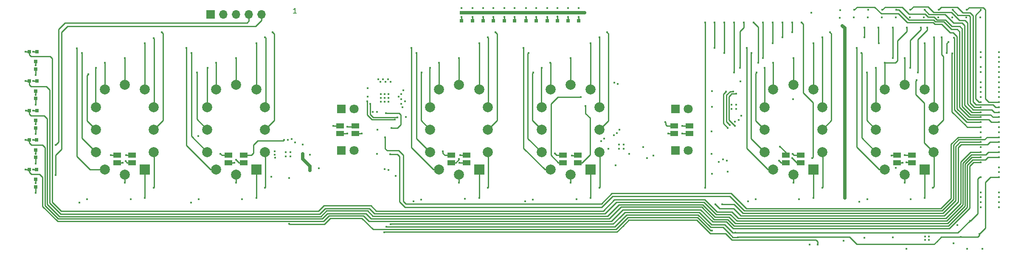
<source format=gbr>
%TF.GenerationSoftware,KiCad,Pcbnew,7.0.1*%
%TF.CreationDate,2023-08-11T20:05:16-05:00*%
%TF.ProjectId,IN12_carrier,494e3132-5f63-4617-9272-6965722e6b69,PRELIM*%
%TF.SameCoordinates,Original*%
%TF.FileFunction,Copper,L1,Top*%
%TF.FilePolarity,Positive*%
%FSLAX46Y46*%
G04 Gerber Fmt 4.6, Leading zero omitted, Abs format (unit mm)*
G04 Created by KiCad (PCBNEW 7.0.1) date 2023-08-11 20:05:16*
%MOMM*%
%LPD*%
G01*
G04 APERTURE LIST*
%ADD10C,0.150000*%
%TA.AperFunction,NonConductor*%
%ADD11C,0.150000*%
%TD*%
%TA.AperFunction,SMDPad,CuDef*%
%ADD12R,0.750000X0.800000*%
%TD*%
%TA.AperFunction,SMDPad,CuDef*%
%ADD13R,0.800000X0.800000*%
%TD*%
%TA.AperFunction,ComponentPad*%
%ADD14R,2.000000X2.000000*%
%TD*%
%TA.AperFunction,ComponentPad*%
%ADD15C,2.000000*%
%TD*%
%TA.AperFunction,SMDPad,CuDef*%
%ADD16R,0.800000X0.750000*%
%TD*%
%TA.AperFunction,SMDPad,CuDef*%
%ADD17R,1.500000X1.100000*%
%TD*%
%TA.AperFunction,ComponentPad*%
%ADD18R,1.800000X1.800000*%
%TD*%
%TA.AperFunction,ComponentPad*%
%ADD19C,1.800000*%
%TD*%
%TA.AperFunction,ComponentPad*%
%ADD20R,1.700000X1.700000*%
%TD*%
%TA.AperFunction,ComponentPad*%
%ADD21O,1.700000X1.700000*%
%TD*%
%TA.AperFunction,ViaPad*%
%ADD22C,0.400000*%
%TD*%
%TA.AperFunction,Conductor*%
%ADD23C,0.254000*%
%TD*%
%TA.AperFunction,Conductor*%
%ADD24C,0.635000*%
%TD*%
%TA.AperFunction,Conductor*%
%ADD25C,0.250000*%
%TD*%
G04 APERTURE END LIST*
D10*
D11*
X91719304Y-84027819D02*
X91147876Y-84027819D01*
X91433590Y-84027819D02*
X91433590Y-83027819D01*
X91433590Y-83027819D02*
X91338352Y-83170676D01*
X91338352Y-83170676D02*
X91243114Y-83265914D01*
X91243114Y-83265914D02*
X91147876Y-83313533D01*
D12*
%TO.P,C1011,1*%
%TO.N,+3.3V*%
X39677500Y-101124950D03*
%TO.P,C1011,2*%
%TO.N,GND*%
X39677500Y-99624950D03*
%TD*%
%TO.P,C1012,1*%
%TO.N,+3.3V*%
X39677500Y-107015800D03*
%TO.P,C1012,2*%
%TO.N,GND*%
X39677500Y-105515800D03*
%TD*%
%TO.P,C1017,1*%
%TO.N,+3.3V*%
X39682600Y-95242900D03*
%TO.P,C1017,2*%
%TO.N,GND*%
X39682600Y-93742900D03*
%TD*%
D13*
%TO.P,D1009,1,K*%
%TO.N,GND*%
X141706800Y-84008600D03*
%TO.P,D1009,2,A*%
%TO.N,Net-(D1009-A)*%
X141706800Y-85608600D03*
%TD*%
D14*
%TO.P,V601,1,Anode*%
%TO.N,Anode_5*%
X61485754Y-115344000D03*
D15*
%TO.P,V601,2,Digit0*%
%TO.N,Cathode_0*%
X63235754Y-111844000D03*
%TO.P,V601,3,Digit9*%
%TO.N,Cathode_9*%
X63235754Y-107344000D03*
%TO.P,V601,4,Digit8*%
%TO.N,Cathode_8*%
X63235754Y-102844000D03*
%TO.P,V601,5,Digit7*%
%TO.N,Cathode_7*%
X61485754Y-99344000D03*
X61485754Y-99344000D03*
X61485754Y-99344000D03*
X61485754Y-99344000D03*
%TO.P,V601,6,Digit6*%
%TO.N,Cathode_6*%
X57485754Y-98344000D03*
%TO.P,V601,7,Digit5*%
%TO.N,Cathode_5*%
X53485754Y-99344000D03*
%TO.P,V601,8,Digit4*%
%TO.N,Cathode_4*%
X51735754Y-102844000D03*
%TO.P,V601,9,Digit3*%
%TO.N,Cathode_3*%
X51735754Y-107344000D03*
%TO.P,V601,10,Digit2*%
%TO.N,Cathode_2*%
X51735754Y-111844000D03*
%TO.P,V601,11,Digit1*%
%TO.N,Cathode_1*%
X53485754Y-115344000D03*
%TO.P,V601,12,DP*%
%TO.N,Cathode_DP*%
X57485754Y-116344000D03*
%TD*%
D16*
%TO.P,C1006,1*%
%TO.N,Pushbutton_Power*%
X38450000Y-91749700D03*
%TO.P,C1006,2*%
%TO.N,GND*%
X39950000Y-91749700D03*
%TD*%
D12*
%TO.P,C1013,1*%
%TO.N,+3.3V*%
X39682600Y-112889050D03*
%TO.P,C1013,2*%
%TO.N,GND*%
X39682600Y-111389050D03*
%TD*%
D17*
%TO.P,D702,1,A*%
%TO.N,+3.3V*%
X122621464Y-112432400D03*
%TO.P,D702,2,BK*%
%TO.N,TUBE3_LED_B*%
X125621464Y-112432400D03*
%TO.P,D702,3,GK*%
%TO.N,TUBE3_LED_G*%
X125621464Y-113932400D03*
%TO.P,D702,4,RK*%
%TO.N,TUBE3_LED_R*%
X122621464Y-113932400D03*
%TD*%
D16*
%TO.P,C1005,1*%
%TO.N,Pushbutton_Down*%
X38424600Y-115277900D03*
%TO.P,C1005,2*%
%TO.N,GND*%
X39924600Y-115277900D03*
%TD*%
%TO.P,C1004,1*%
%TO.N,Pushbutton_Up*%
X38424600Y-109395850D03*
%TO.P,C1004,2*%
%TO.N,GND*%
X39924600Y-109395850D03*
%TD*%
D13*
%TO.P,D1005,1,K*%
%TO.N,GND*%
X133223200Y-84008600D03*
%TO.P,D1005,2,A*%
%TO.N,Net-(D1005-A)*%
X133223200Y-85608600D03*
%TD*%
%TO.P,D1003,1,K*%
%TO.N,GND*%
X128956000Y-84008600D03*
%TO.P,D1003,2,A*%
%TO.N,Net-(D1003-A)*%
X128956000Y-85608600D03*
%TD*%
D16*
%TO.P,C1015,1*%
%TO.N,Pushbutton_Left*%
X38444900Y-97631750D03*
%TO.P,C1015,2*%
%TO.N,GND*%
X39944900Y-97631750D03*
%TD*%
D17*
%TO.P,D703,1,A*%
%TO.N,+3.3V*%
X100430198Y-106594000D03*
%TO.P,D703,2,BK*%
%TO.N,COLON0_LED_B*%
X103430198Y-106594000D03*
%TO.P,D703,3,GK*%
%TO.N,COLON0_LED_G*%
X103430198Y-108094000D03*
%TO.P,D703,4,RK*%
%TO.N,COLON0_LED_R*%
X100430198Y-108094000D03*
%TD*%
%TO.P,D706,1,A*%
%TO.N,+3.3V*%
X167096864Y-106594000D03*
%TO.P,D706,2,BK*%
%TO.N,COLON1_LED_B*%
X170096864Y-106594000D03*
%TO.P,D706,3,GK*%
%TO.N,COLON1_LED_G*%
X170096864Y-108094000D03*
%TO.P,D706,4,RK*%
%TO.N,COLON1_LED_R*%
X167096864Y-108094000D03*
%TD*%
%TO.P,D705,1,A*%
%TO.N,+3.3V*%
X78177020Y-112432400D03*
%TO.P,D705,2,BK*%
%TO.N,TUBE4_LED_B*%
X81177020Y-112432400D03*
%TO.P,D705,3,GK*%
%TO.N,TUBE4_LED_G*%
X81177020Y-113932400D03*
%TO.P,D705,4,RK*%
%TO.N,TUBE4_LED_R*%
X78177020Y-113932400D03*
%TD*%
D13*
%TO.P,D1001,1,K*%
%TO.N,GND*%
X124663400Y-84008600D03*
%TO.P,D1001,2,A*%
%TO.N,Net-(D1001-A)*%
X124663400Y-85608600D03*
%TD*%
D17*
%TO.P,D701,1,A*%
%TO.N,+3.3V*%
X211510350Y-112432400D03*
%TO.P,D701,2,BK*%
%TO.N,TUBE0_LED_B*%
X214510350Y-112432400D03*
%TO.P,D701,3,GK*%
%TO.N,TUBE0_LED_G*%
X214510350Y-113932400D03*
%TO.P,D701,4,RK*%
%TO.N,TUBE0_LED_R*%
X211510350Y-113932400D03*
%TD*%
D18*
%TO.P,V609,1,Anode*%
%TO.N,Net-(V609-Anode)*%
X167321862Y-103177335D03*
D19*
%TO.P,V609,2,Kathode*%
%TO.N,Colon_2_Cathode*%
X169861862Y-103177335D03*
%TD*%
D16*
%TO.P,C1003,1*%
%TO.N,Pushbutton_Right*%
X38429700Y-103505000D03*
%TO.P,C1003,2*%
%TO.N,GND*%
X39929700Y-103505000D03*
%TD*%
D17*
%TO.P,D707,1,A*%
%TO.N,+3.3V*%
X144843686Y-112432400D03*
%TO.P,D707,2,BK*%
%TO.N,TUBE2_LED_B*%
X147843686Y-112432400D03*
%TO.P,D707,3,GK*%
%TO.N,TUBE2_LED_G*%
X147843686Y-113932400D03*
%TO.P,D707,4,RK*%
%TO.N,TUBE2_LED_R*%
X144843686Y-113932400D03*
%TD*%
D14*
%TO.P,V602,1,Anode*%
%TO.N,Anode_1*%
X194819084Y-115344000D03*
D15*
%TO.P,V602,2,Digit0*%
%TO.N,Cathode_0*%
X196569084Y-111844000D03*
%TO.P,V602,3,Digit9*%
%TO.N,Cathode_9*%
X196569084Y-107344000D03*
%TO.P,V602,4,Digit8*%
%TO.N,Cathode_8*%
X196569084Y-102844000D03*
%TO.P,V602,5,Digit7*%
%TO.N,Cathode_7*%
X194819084Y-99344000D03*
X194819084Y-99344000D03*
X194819084Y-99344000D03*
X194819084Y-99344000D03*
%TO.P,V602,6,Digit6*%
%TO.N,Cathode_6*%
X190819084Y-98344000D03*
%TO.P,V602,7,Digit5*%
%TO.N,Cathode_5*%
X186819084Y-99344000D03*
%TO.P,V602,8,Digit4*%
%TO.N,Cathode_4*%
X185069084Y-102844000D03*
%TO.P,V602,9,Digit3*%
%TO.N,Cathode_3*%
X185069084Y-107344000D03*
%TO.P,V602,10,Digit2*%
%TO.N,Cathode_2*%
X185069084Y-111844000D03*
%TO.P,V602,11,Digit1*%
%TO.N,Cathode_1*%
X186819084Y-115344000D03*
%TO.P,V602,12,DP*%
%TO.N,Cathode_DP*%
X190819084Y-116344000D03*
%TD*%
D13*
%TO.P,D1011,1,K*%
%TO.N,GND*%
X145872400Y-84008600D03*
%TO.P,D1011,2,A*%
%TO.N,Net-(D1011-A)*%
X145872400Y-85608600D03*
%TD*%
%TO.P,D1007,1,K*%
%TO.N,GND*%
X137490400Y-84008600D03*
%TO.P,D1007,2,A*%
%TO.N,Net-(D1007-A)*%
X137490400Y-85608600D03*
%TD*%
%TO.P,D901,1,K*%
%TO.N,GND*%
X148006000Y-84008600D03*
%TO.P,D901,2,A*%
%TO.N,Net-(D901-A)*%
X148006000Y-85608600D03*
%TD*%
D14*
%TO.P,V605,1,Anode*%
%TO.N,Anode_3*%
X128152418Y-115344000D03*
D15*
%TO.P,V605,2,Digit0*%
%TO.N,Cathode_0*%
X129902418Y-111844000D03*
%TO.P,V605,3,Digit9*%
%TO.N,Cathode_9*%
X129902418Y-107344000D03*
%TO.P,V605,4,Digit8*%
%TO.N,Cathode_8*%
X129902418Y-102844000D03*
%TO.P,V605,5,Digit7*%
%TO.N,Cathode_7*%
X128152418Y-99344000D03*
X128152418Y-99344000D03*
X128152418Y-99344000D03*
X128152418Y-99344000D03*
%TO.P,V605,6,Digit6*%
%TO.N,Cathode_6*%
X124152418Y-98344000D03*
%TO.P,V605,7,Digit5*%
%TO.N,Cathode_5*%
X120152418Y-99344000D03*
%TO.P,V605,8,Digit4*%
%TO.N,Cathode_4*%
X118402418Y-102844000D03*
%TO.P,V605,9,Digit3*%
%TO.N,Cathode_3*%
X118402418Y-107344000D03*
%TO.P,V605,10,Digit2*%
%TO.N,Cathode_2*%
X118402418Y-111844000D03*
%TO.P,V605,11,Digit1*%
%TO.N,Cathode_1*%
X120152418Y-115344000D03*
%TO.P,V605,12,DP*%
%TO.N,Cathode_DP*%
X124152418Y-116344000D03*
%TD*%
D14*
%TO.P,V604,1,Anode*%
%TO.N,Anode_0*%
X217041304Y-115344000D03*
D15*
%TO.P,V604,2,Digit0*%
%TO.N,Cathode_0*%
X218791304Y-111844000D03*
%TO.P,V604,3,Digit9*%
%TO.N,Cathode_9*%
X218791304Y-107344000D03*
%TO.P,V604,4,Digit8*%
%TO.N,Cathode_8*%
X218791304Y-102844000D03*
%TO.P,V604,5,Digit7*%
%TO.N,Cathode_7*%
X217041304Y-99344000D03*
X217041304Y-99344000D03*
X217041304Y-99344000D03*
X217041304Y-99344000D03*
%TO.P,V604,6,Digit6*%
%TO.N,Cathode_6*%
X213041304Y-98344000D03*
%TO.P,V604,7,Digit5*%
%TO.N,Cathode_5*%
X209041304Y-99344000D03*
%TO.P,V604,8,Digit4*%
%TO.N,Cathode_4*%
X207291304Y-102844000D03*
%TO.P,V604,9,Digit3*%
%TO.N,Cathode_3*%
X207291304Y-107344000D03*
%TO.P,V604,10,Digit2*%
%TO.N,Cathode_2*%
X207291304Y-111844000D03*
%TO.P,V604,11,Digit1*%
%TO.N,Cathode_1*%
X209041304Y-115344000D03*
%TO.P,V604,12,DP*%
%TO.N,Cathode_DP*%
X213041304Y-116344000D03*
%TD*%
D14*
%TO.P,V608,1,Anode*%
%TO.N,Anode_2*%
X150374640Y-115344000D03*
D15*
%TO.P,V608,2,Digit0*%
%TO.N,Cathode_0*%
X152124640Y-111844000D03*
%TO.P,V608,3,Digit9*%
%TO.N,Cathode_9*%
X152124640Y-107344000D03*
%TO.P,V608,4,Digit8*%
%TO.N,Cathode_8*%
X152124640Y-102844000D03*
%TO.P,V608,5,Digit7*%
%TO.N,Cathode_7*%
X150374640Y-99344000D03*
X150374640Y-99344000D03*
X150374640Y-99344000D03*
X150374640Y-99344000D03*
%TO.P,V608,6,Digit6*%
%TO.N,Cathode_6*%
X146374640Y-98344000D03*
%TO.P,V608,7,Digit5*%
%TO.N,Cathode_5*%
X142374640Y-99344000D03*
%TO.P,V608,8,Digit4*%
%TO.N,Cathode_4*%
X140624640Y-102844000D03*
%TO.P,V608,9,Digit3*%
%TO.N,Cathode_3*%
X140624640Y-107344000D03*
%TO.P,V608,10,Digit2*%
%TO.N,Cathode_2*%
X140624640Y-111844000D03*
%TO.P,V608,11,Digit1*%
%TO.N,Cathode_1*%
X142374640Y-115344000D03*
%TO.P,V608,12,DP*%
%TO.N,Cathode_DP*%
X146374640Y-116344000D03*
%TD*%
D18*
%TO.P,V610,1,Anode*%
%TO.N,Net-(V610-Anode)*%
X167321862Y-111510665D03*
D19*
%TO.P,V610,2,Kathode*%
%TO.N,Colon_3_Cathode*%
X169861862Y-111510665D03*
%TD*%
D13*
%TO.P,D1002,1,K*%
%TO.N,GND*%
X126873200Y-84008600D03*
%TO.P,D1002,2,A*%
%TO.N,Net-(D1002-A)*%
X126873200Y-85608600D03*
%TD*%
%TO.P,D1010,1,K*%
%TO.N,GND*%
X143738800Y-84008600D03*
%TO.P,D1010,2,A*%
%TO.N,Net-(D1010-A)*%
X143738800Y-85608600D03*
%TD*%
%TO.P,D1004,1,K*%
%TO.N,GND*%
X130988000Y-84008600D03*
%TO.P,D1004,2,A*%
%TO.N,Net-(D1004-A)*%
X130988000Y-85608600D03*
%TD*%
%TO.P,D1008,1,K*%
%TO.N,GND*%
X139573200Y-84008600D03*
%TO.P,D1008,2,A*%
%TO.N,Net-(D1008-A)*%
X139573200Y-85608600D03*
%TD*%
D18*
%TO.P,V606,1,Anode*%
%TO.N,Net-(V606-Anode)*%
X100655196Y-103177335D03*
D19*
%TO.P,V606,2,Kathode*%
%TO.N,Colon_0_Cathode*%
X103195196Y-103177335D03*
%TD*%
D17*
%TO.P,D708,1,A*%
%TO.N,+3.3V*%
X55954800Y-112432400D03*
%TO.P,D708,2,BK*%
%TO.N,TUBE5_LED_B*%
X58954800Y-112432400D03*
%TO.P,D708,3,GK*%
%TO.N,TUBE5_LED_G*%
X58954800Y-113932400D03*
%TO.P,D708,4,RK*%
%TO.N,TUBE5_LED_R*%
X55954800Y-113932400D03*
%TD*%
D13*
%TO.P,D1006,1,K*%
%TO.N,GND*%
X135255200Y-84008600D03*
%TO.P,D1006,2,A*%
%TO.N,Net-(D1006-A)*%
X135255200Y-85608600D03*
%TD*%
D12*
%TO.P,C1014,1*%
%TO.N,+3.3V*%
X39682600Y-118771100D03*
%TO.P,C1014,2*%
%TO.N,GND*%
X39682600Y-117271100D03*
%TD*%
D18*
%TO.P,V607,1,Anode*%
%TO.N,Net-(V607-Anode)*%
X100655196Y-111510665D03*
D19*
%TO.P,V607,2,Kathode*%
%TO.N,Colon_1_Cathode*%
X103195196Y-111510665D03*
%TD*%
D14*
%TO.P,V603,1,Anode*%
%TO.N,Anode_4*%
X83707974Y-115344000D03*
D15*
%TO.P,V603,2,Digit0*%
%TO.N,Cathode_0*%
X85457974Y-111844000D03*
%TO.P,V603,3,Digit9*%
%TO.N,Cathode_9*%
X85457974Y-107344000D03*
%TO.P,V603,4,Digit8*%
%TO.N,Cathode_8*%
X85457974Y-102844000D03*
%TO.P,V603,5,Digit7*%
%TO.N,Cathode_7*%
X83707974Y-99344000D03*
X83707974Y-99344000D03*
X83707974Y-99344000D03*
X83707974Y-99344000D03*
%TO.P,V603,6,Digit6*%
%TO.N,Cathode_6*%
X79707974Y-98344000D03*
%TO.P,V603,7,Digit5*%
%TO.N,Cathode_5*%
X75707974Y-99344000D03*
%TO.P,V603,8,Digit4*%
%TO.N,Cathode_4*%
X73957974Y-102844000D03*
%TO.P,V603,9,Digit3*%
%TO.N,Cathode_3*%
X73957974Y-107344000D03*
%TO.P,V603,10,Digit2*%
%TO.N,Cathode_2*%
X73957974Y-111844000D03*
%TO.P,V603,11,Digit1*%
%TO.N,Cathode_1*%
X75707974Y-115344000D03*
%TO.P,V603,12,DP*%
%TO.N,Cathode_DP*%
X79707974Y-116344000D03*
%TD*%
D17*
%TO.P,D704,1,A*%
%TO.N,+3.3V*%
X189288130Y-112432400D03*
%TO.P,D704,2,BK*%
%TO.N,TUBE1_LED_B*%
X192288130Y-112432400D03*
%TO.P,D704,3,GK*%
%TO.N,TUBE1_LED_G*%
X192288130Y-113932400D03*
%TO.P,D704,4,RK*%
%TO.N,TUBE1_LED_R*%
X189288130Y-113932400D03*
%TD*%
D20*
%TO.P,J1001,1,Pin_1*%
%TO.N,Pushbutton_Power_SNS*%
X74625200Y-84328000D03*
D21*
%TO.P,J1001,2,Pin_2*%
%TO.N,Pushbutton_Left_SNS*%
X77165200Y-84328000D03*
%TO.P,J1001,3,Pin_3*%
%TO.N,Pushbutton_Right_SNS*%
X79705200Y-84328000D03*
%TO.P,J1001,4,Pin_4*%
%TO.N,Pushbutton_Up_SNS*%
X82245200Y-84328000D03*
%TO.P,J1001,5,Pin_5*%
%TO.N,Pushbutton_Down_SNS*%
X84785200Y-84328000D03*
%TD*%
D22*
%TO.N,GND*%
X39674800Y-112141000D03*
X107848400Y-107365800D03*
X39192200Y-115290600D03*
X106959400Y-103784400D03*
X228159867Y-110846400D03*
X222497014Y-84950400D03*
X109296200Y-100965000D03*
X208475164Y-84950400D03*
X216878114Y-84950400D03*
X204978000Y-128905000D03*
X217881200Y-129362200D03*
X108534200Y-100965000D03*
X174523400Y-112166400D03*
X39217600Y-97637600D03*
X39167002Y-109397800D03*
X39674800Y-100380800D03*
X179400200Y-103225600D03*
X156057600Y-110312200D03*
X231800400Y-96846400D03*
X90525600Y-111861600D03*
X86664800Y-116713000D03*
X231800400Y-100846400D03*
X225475800Y-131165600D03*
X231800400Y-93846400D03*
X217881200Y-128651000D03*
X205536800Y-121259600D03*
X149174200Y-84023200D03*
X200863200Y-129565400D03*
X155397200Y-114503200D03*
X39243000Y-91744800D03*
X194030600Y-130302000D03*
X156972000Y-110337600D03*
X231800400Y-92846400D03*
X228159867Y-107846400D03*
X116611400Y-121285000D03*
X107823000Y-112166400D03*
X180263800Y-97739200D03*
X138887200Y-121285000D03*
X200048922Y-84963200D03*
X231800400Y-106846400D03*
X39674800Y-106222800D03*
X109296200Y-100203000D03*
X217119200Y-129362200D03*
X160858200Y-110820200D03*
X231800400Y-121846400D03*
X110058200Y-101727000D03*
X179400200Y-102362000D03*
X156057600Y-111201200D03*
X105892600Y-99085400D03*
X72186800Y-121259600D03*
X39674800Y-117983000D03*
X156972000Y-111201200D03*
X231800400Y-95846400D03*
X174507400Y-107657200D03*
X89611200Y-112725200D03*
X214068664Y-84950400D03*
X112119600Y-100715000D03*
X94386400Y-112318800D03*
X90525600Y-112725200D03*
X110058200Y-100965000D03*
X211259214Y-84950400D03*
X183311800Y-121259600D03*
X178485800Y-102336600D03*
X231800400Y-110846400D03*
X109296200Y-101727000D03*
X217119200Y-128651000D03*
X205665714Y-84950400D03*
X39192200Y-103505000D03*
X231800400Y-114846400D03*
X202856264Y-84950400D03*
X174599600Y-102768400D03*
X39674800Y-94488000D03*
X231800400Y-122846400D03*
X49987200Y-121259600D03*
X219687564Y-84950400D03*
X210642200Y-128879600D03*
X231800400Y-115846400D03*
X228115914Y-84950400D03*
X89611200Y-111836200D03*
X231800400Y-91846400D03*
X108534200Y-101727000D03*
X223545400Y-126415800D03*
X178485800Y-103225600D03*
X108534200Y-100203000D03*
X231800400Y-94846400D03*
X110058200Y-100203000D03*
X228159867Y-100846400D03*
X231800400Y-119846400D03*
X231800400Y-120846400D03*
X231800400Y-107846400D03*
X225306464Y-84950400D03*
%TO.N,+3.3V*%
X228159867Y-122846400D03*
X105892600Y-100736400D03*
X39674800Y-114122200D03*
X120904000Y-111683800D03*
X211251800Y-114935000D03*
X39700200Y-96443800D03*
X228549200Y-131165600D03*
X113538000Y-104800400D03*
X143256000Y-112064800D03*
X54686200Y-112445800D03*
X99060000Y-106578400D03*
X161645600Y-113030000D03*
X228159867Y-121846400D03*
X165303200Y-105867200D03*
X72159414Y-108663186D03*
X228159867Y-120846400D03*
X188163200Y-110744000D03*
X158115000Y-112191800D03*
X107823000Y-103759000D03*
X228159867Y-119846400D03*
X174599600Y-99644200D03*
X76581000Y-112166400D03*
X92964000Y-110337600D03*
X39674800Y-108229400D03*
X94386400Y-115443000D03*
X210413600Y-112496600D03*
X39674800Y-102387400D03*
X222783400Y-130048000D03*
X39674800Y-119938800D03*
X213385400Y-131140200D03*
X92964000Y-112166400D03*
%TO.N,TUBE0_LED_B*%
X213055200Y-112420400D03*
%TO.N,TUBE0_LED_G*%
X213385400Y-113893600D03*
%TO.N,TUBE0_LED_R*%
X190728600Y-101295200D03*
X212598000Y-113944400D03*
%TO.N,TUBE3_LED_B*%
X87401400Y-111633000D03*
X124358400Y-112445800D03*
%TO.N,TUBE3_LED_G*%
X124231400Y-113944400D03*
X87401400Y-112318800D03*
%TO.N,TUBE3_LED_R*%
X124155200Y-113157000D03*
X87426800Y-112979200D03*
%TO.N,COLON0_LED_B*%
X153111200Y-109169200D03*
X101879400Y-106730800D03*
%TO.N,COLON0_LED_G*%
X152501600Y-109677200D03*
X104749600Y-108102400D03*
%TO.N,COLON0_LED_R*%
X153924000Y-111175800D03*
X101828600Y-108127800D03*
%TO.N,TUBE1_LED_B*%
X190703200Y-112191800D03*
X179146200Y-105765600D03*
%TO.N,TUBE1_LED_G*%
X179908200Y-105410000D03*
X190634373Y-113062773D03*
%TO.N,TUBE1_LED_R*%
X180441600Y-104597200D03*
X187985400Y-113538000D03*
%TO.N,TUBE4_LED_B*%
X89230200Y-109372400D03*
%TO.N,TUBE4_LED_G*%
X79654400Y-113334800D03*
%TO.N,TUBE4_LED_R*%
X79298800Y-113919000D03*
%TO.N,COLON1_LED_B*%
X168630600Y-106603800D03*
X156108400Y-107365800D03*
%TO.N,COLON1_LED_G*%
X168630600Y-108102400D03*
X155625800Y-108000800D03*
%TO.N,COLON1_LED_R*%
X165887400Y-108102400D03*
X155016200Y-108483400D03*
%TO.N,TUBE2_LED_B*%
X146685000Y-112496600D03*
%TO.N,TUBE2_LED_G*%
X149352000Y-102616000D03*
X155092400Y-97917000D03*
%TO.N,TUBE2_LED_R*%
X148412200Y-100812600D03*
X155829000Y-98171000D03*
%TO.N,TUBE5_LED_B*%
X91414600Y-109905800D03*
X57734200Y-112471200D03*
%TO.N,TUBE5_LED_G*%
X57632600Y-113614200D03*
X90728800Y-109220000D03*
%TO.N,TUBE5_LED_R*%
X57099200Y-113995200D03*
X89966800Y-109423200D03*
%TO.N,Net-(D1001-A)*%
X124663400Y-84834000D03*
%TO.N,Net-(D1002-A)*%
X126873200Y-84808600D03*
%TO.N,Net-(D1003-A)*%
X128956000Y-84808600D03*
%TO.N,Net-(D1004-A)*%
X130988000Y-84808600D03*
%TO.N,Net-(D1005-A)*%
X133223200Y-84808600D03*
%TO.N,Net-(D1006-A)*%
X135255200Y-84834000D03*
%TO.N,Net-(D1007-A)*%
X137490400Y-84834000D03*
%TO.N,Net-(D1008-A)*%
X139573200Y-84808600D03*
%TO.N,Net-(D1009-A)*%
X141706800Y-84808600D03*
%TO.N,Net-(D1010-A)*%
X143738800Y-84783200D03*
%TO.N,Net-(D1011-A)*%
X145872400Y-84808600D03*
%TO.N,+180V*%
X228159867Y-94846400D03*
X125330756Y-121169041D03*
X228159867Y-95846400D03*
X191967462Y-121221728D03*
X214192462Y-121221728D03*
X96205000Y-115036600D03*
X58655645Y-121203181D03*
X80855133Y-121241308D03*
X162890200Y-112496600D03*
X147555645Y-121203181D03*
%TO.N,Cathode_0*%
X215392000Y-97485200D03*
X196570600Y-118935500D03*
X218605100Y-118935500D03*
X85445600Y-118935500D03*
X173202600Y-118936000D03*
X129895600Y-118935500D03*
X152120600Y-118935500D03*
X63246000Y-118935000D03*
X173202600Y-85953600D03*
%TO.N,Cathode_2*%
X177063400Y-85953600D03*
X204419200Y-92024200D03*
X70764400Y-92024200D03*
X115671600Y-92024200D03*
X137972800Y-92024200D03*
X177063400Y-92024200D03*
X221411800Y-92036900D03*
X182499000Y-92024200D03*
X48945800Y-92024200D03*
X221716600Y-89814400D03*
%TO.N,Cathode_4*%
X180162200Y-94969600D03*
X140614400Y-94969600D03*
X185064400Y-94969600D03*
X180898800Y-85953600D03*
X51739800Y-94970600D03*
X216217714Y-86957000D03*
X118389400Y-94969600D03*
X214147400Y-94970600D03*
X207289400Y-94969600D03*
X73964800Y-94969600D03*
%TO.N,Cathode_6*%
X184785000Y-85953600D03*
X57480200Y-93014800D03*
X184785000Y-93014800D03*
X210624214Y-86931600D03*
X124155200Y-93014800D03*
X213029800Y-93014800D03*
X79705200Y-93014800D03*
X210616800Y-93014800D03*
X190804800Y-93014800D03*
X146380200Y-93014800D03*
%TO.N,Cathode_8*%
X85445600Y-88874600D03*
X152120600Y-88874600D03*
X218846400Y-88874600D03*
X188620400Y-85953600D03*
X129895600Y-88874600D03*
X196570600Y-88874600D03*
X218846400Y-88874600D03*
X205005314Y-86957000D03*
X63220600Y-89092000D03*
X188620400Y-88874600D03*
X205003400Y-88874600D03*
%TO.N,Cathode_1*%
X137007600Y-91046800D03*
X203428600Y-91046800D03*
X114681000Y-91046800D03*
X47904400Y-91059000D03*
X181508400Y-91046800D03*
X69773800Y-91046800D03*
X175133000Y-91046800D03*
X175133000Y-85953600D03*
%TO.N,Cathode_3*%
X50211754Y-96295446D03*
X178993800Y-85953600D03*
X71856600Y-95948500D03*
X215620600Y-95961200D03*
X217487500Y-86919800D03*
X138963400Y-95948500D03*
X178968400Y-95948500D03*
X183489600Y-95948500D03*
X116662200Y-95948500D03*
X205511400Y-95947000D03*
%TO.N,Cathode_5*%
X213433664Y-86957000D03*
X142367000Y-93992200D03*
X53492400Y-93980000D03*
X209042000Y-93992200D03*
X75717400Y-93992200D03*
X120142000Y-93992200D03*
X183794400Y-93992200D03*
X186817000Y-93992200D03*
X182854600Y-85953600D03*
%TO.N,Cathode_7*%
X83718400Y-90069400D03*
X61493400Y-90069400D03*
X217017600Y-90068400D03*
X186690000Y-85953600D03*
X128168400Y-90069400D03*
X207822800Y-90069400D03*
X150368000Y-90069400D03*
X194818000Y-90069400D03*
X207814764Y-86957000D03*
X186690000Y-90069400D03*
%TO.N,Cathode_9*%
X86969600Y-87897200D03*
X131419600Y-87897200D03*
X190550800Y-87897200D03*
X190550800Y-85953600D03*
X198094600Y-87897200D03*
X64846200Y-87897200D03*
X153644600Y-87897200D03*
X220370400Y-88900000D03*
%TO.N,Anode_1_DSP*%
X181762400Y-121666000D03*
X231800400Y-97846400D03*
%TO.N,Anode_3_DSP*%
X231800400Y-98846400D03*
X115087400Y-121640600D03*
%TO.N,Anode_5_DSP*%
X231800400Y-99846400D03*
X48437800Y-121920000D03*
%TO.N,Anode_0*%
X217043000Y-120954800D03*
%TO.N,Anode_2*%
X150393400Y-120954800D03*
%TO.N,Anode_4*%
X83718400Y-120954800D03*
%TO.N,Cathode_1_DSP*%
X231800400Y-101846400D03*
X225408064Y-83426400D03*
%TO.N,Cathode_3_DSP*%
X219789164Y-83426400D03*
X231800400Y-102846400D03*
%TO.N,Cathode_5_DSP*%
X214170264Y-83426400D03*
X231800400Y-103846400D03*
%TO.N,Anode_1*%
X194818000Y-120954800D03*
%TO.N,Anode_3*%
X128168400Y-120954800D03*
%TO.N,Anode_5*%
X61493400Y-120980200D03*
%TO.N,Cathode_7_DSP*%
X208576764Y-83426400D03*
X231800400Y-104846400D03*
%TO.N,Cathode_9_DSP*%
X231800400Y-105846400D03*
X202957864Y-83426400D03*
%TO.N,Colon_3_DSP*%
X231800400Y-109846400D03*
X175260000Y-122250200D03*
X175920400Y-113766600D03*
%TO.N,Anode_0_DSP*%
X228159867Y-97846400D03*
X203987400Y-121716800D03*
%TO.N,Colon_1_DSP*%
X231800400Y-108846400D03*
X110388400Y-112256000D03*
%TO.N,Colon_0_DSP*%
X109423200Y-108915200D03*
X228159867Y-108846400D03*
%TO.N,Cathode_DP*%
X57480200Y-117957600D03*
X146380200Y-117957600D03*
X124155200Y-117957600D03*
X194538600Y-113030000D03*
X79705200Y-117957600D03*
X213055200Y-117957600D03*
X192481200Y-85953600D03*
X190830200Y-117957600D03*
%TO.N,Tube_LED_Enable*%
X179120800Y-106553000D03*
X179451000Y-100177600D03*
X174574200Y-116128800D03*
X174548800Y-127482600D03*
X90220800Y-116980200D03*
X90220800Y-126148600D03*
%TO.N,+90V*%
X194437000Y-84023200D03*
X228159867Y-92846400D03*
X228159867Y-91846400D03*
X201117200Y-120954800D03*
X200622584Y-86575216D03*
%TO.N,Anode_2_DSP*%
X137363200Y-121677541D03*
X228159867Y-98846400D03*
%TO.N,Anode_4_DSP*%
X70662800Y-121945400D03*
X228159867Y-99846400D03*
%TO.N,Cathode_0_DSP*%
X228217514Y-83426400D03*
X228159867Y-101846400D03*
%TO.N,Cathode_2_DSP*%
X222598614Y-83426400D03*
X228159867Y-102846400D03*
%TO.N,Cathode_4_DSP*%
X228159867Y-103846400D03*
X216979714Y-83426400D03*
%TO.N,Display_Time_LED*%
X108000800Y-97282000D03*
X124663200Y-83058000D03*
%TO.N,Set_Time_LED*%
X108495400Y-97815400D03*
X126873000Y-83058000D03*
%TO.N,Display_Date_LED*%
X128955800Y-83058000D03*
X108991400Y-97256600D03*
%TO.N,Set_Date_LED*%
X130987800Y-83058000D03*
X109495400Y-97815400D03*
%TO.N,Display_Weekday_LED*%
X133223000Y-83058000D03*
X109982000Y-97256600D03*
%TO.N,Set_Weekday_LED*%
X135255000Y-83058000D03*
X110495400Y-97815400D03*
%TO.N,Display_Alarm_LED*%
X113030000Y-99466400D03*
X137490200Y-83058000D03*
%TO.N,Set_Alarm_LED*%
X112637000Y-100215000D03*
X139573000Y-83058000D03*
%TO.N,Alarm_Enable_LED*%
X112598200Y-101219000D03*
X141706600Y-83058000D03*
%TO.N,24HR_Mode_LED*%
X113385600Y-101701600D03*
X143738600Y-83058000D03*
%TO.N,Set_Brightness_LED*%
X112598200Y-102209600D03*
X145872200Y-83058000D03*
%TO.N,I2C_DSP_SDA*%
X177342800Y-99771200D03*
X179781200Y-128828800D03*
X224231200Y-128803400D03*
X177571400Y-113538000D03*
X227939600Y-128143000D03*
X231800400Y-116846400D03*
X110058200Y-115417600D03*
X111353600Y-105359200D03*
X105841800Y-101701600D03*
X109677200Y-126720600D03*
X177723800Y-106984800D03*
%TO.N,I2C_DSP_SCL*%
X177749200Y-115697000D03*
X111887000Y-104876600D03*
X178790600Y-99695000D03*
X228159867Y-116846400D03*
X178181000Y-106400600D03*
X110515400Y-126212600D03*
X179222400Y-127939800D03*
X111493300Y-116573300D03*
X226034600Y-125577600D03*
X106400600Y-102209600D03*
%TO.N,Net-(D901-A)*%
X148005800Y-84810600D03*
%TO.N,Cathode_6_DSP*%
X228159867Y-104846400D03*
X211360814Y-83426400D03*
%TO.N,Cathode_8_DSP*%
X228159867Y-105846400D03*
X222832182Y-88990936D03*
X205767314Y-83426400D03*
%TO.N,Cathode_DP_DSP*%
X200150522Y-83439200D03*
X222477150Y-92081957D03*
X228159867Y-106846400D03*
%TO.N,Colon_2_DSP*%
X228159867Y-109846400D03*
X176580800Y-122250200D03*
X176822600Y-113309400D03*
%TO.N,Pushbutton_Down*%
X228159867Y-113846400D03*
X37693600Y-115290600D03*
%TO.N,Pushbutton_Up*%
X37719000Y-109397800D03*
X231800400Y-112846400D03*
%TO.N,Pushbutton_Right*%
X37744400Y-103505000D03*
X228159867Y-112846400D03*
%TO.N,Pushbutton_Left*%
X37668200Y-97612200D03*
X231800400Y-111846400D03*
%TO.N,Pushbutton_Power*%
X228159867Y-111846400D03*
X37668200Y-91744800D03*
%TO.N,Pushbutton_Up_SNS*%
X43713400Y-110363000D03*
%TO.N,Pushbutton_Down_SNS*%
X43713400Y-116408200D03*
%TO.N,Set_Color_LED*%
X112826800Y-102895400D03*
X148005800Y-83058000D03*
%TO.N,Tube_ETC_Enable*%
X109194600Y-127812800D03*
X109270800Y-115265200D03*
X109575600Y-104013000D03*
X195630800Y-130302000D03*
X110693200Y-107035600D03*
%TD*%
D23*
%TO.N,GND*%
X39945100Y-91744800D02*
X39950000Y-91749700D01*
X39674800Y-105518500D02*
X39677500Y-105515800D01*
X39204900Y-115277900D02*
X39192200Y-115290600D01*
X39674800Y-111396850D02*
X39682600Y-111389050D01*
X39924600Y-115277900D02*
X39204900Y-115277900D01*
X39674800Y-106222800D02*
X39674800Y-105518500D01*
X39674800Y-99627650D02*
X39677500Y-99624950D01*
X39674800Y-100380800D02*
X39674800Y-99627650D01*
D24*
X145872400Y-84008600D02*
X148006000Y-84008600D01*
D23*
X39217600Y-97637600D02*
X39939050Y-97637600D01*
X39674800Y-112141000D02*
X39674800Y-111396850D01*
X39939050Y-97637600D02*
X39944900Y-97631750D01*
X39243000Y-91744800D02*
X39945100Y-91744800D01*
D24*
X124663400Y-84008600D02*
X145872400Y-84008600D01*
D23*
X39192200Y-103505000D02*
X39929700Y-103505000D01*
X39167002Y-109397800D02*
X39922650Y-109397800D01*
X39922650Y-109397800D02*
X39924600Y-109395850D01*
X39674800Y-94488000D02*
X39674800Y-93750700D01*
X39682600Y-117975200D02*
X39674800Y-117983000D01*
X39674800Y-93750700D02*
X39682600Y-93742900D01*
X39682600Y-117271100D02*
X39682600Y-117975200D01*
D24*
X149159600Y-84008600D02*
X149174200Y-84023200D01*
X148006000Y-84008600D02*
X149159600Y-84008600D01*
D23*
%TO.N,+3.3V*%
X54699600Y-112432400D02*
X54686200Y-112445800D01*
X99075600Y-106594000D02*
X99060000Y-106578400D01*
X100430198Y-106594000D02*
X99075600Y-106594000D01*
X165623600Y-106594000D02*
X165328600Y-106299000D01*
X39674800Y-108229400D02*
X39674800Y-107018500D01*
X39674800Y-112896850D02*
X39682600Y-112889050D01*
X143623600Y-112432400D02*
X143256000Y-112064800D01*
D24*
X92964000Y-113182400D02*
X92964000Y-112166400D01*
D23*
X78177020Y-112432400D02*
X76847000Y-112432400D01*
X167096864Y-106594000D02*
X165623600Y-106594000D01*
X121132600Y-112293400D02*
X120904000Y-112064800D01*
X144843686Y-112432400D02*
X143623600Y-112432400D01*
X122621464Y-112432400D02*
X121271600Y-112432400D01*
X211510350Y-112432400D02*
X210477800Y-112432400D01*
X210477800Y-112432400D02*
X210413600Y-112496600D01*
X120904000Y-112064800D02*
X120904000Y-111683800D01*
D24*
X94386400Y-114604800D02*
X92964000Y-113182400D01*
D23*
X55954800Y-112432400D02*
X54699600Y-112432400D01*
X165328600Y-106299000D02*
X165328600Y-105892600D01*
X39674800Y-102387400D02*
X39674800Y-101127650D01*
X39682600Y-118771100D02*
X39682600Y-119931000D01*
X39674800Y-114122200D02*
X39674800Y-112896850D01*
X39700200Y-95260500D02*
X39682600Y-95242900D01*
X76847000Y-112432400D02*
X76581000Y-112166400D01*
X165328600Y-105892600D02*
X165303200Y-105867200D01*
X39674800Y-107018500D02*
X39677500Y-107015800D01*
X189288130Y-111868930D02*
X188163200Y-110744000D01*
X39674800Y-101127650D02*
X39677500Y-101124950D01*
X39700200Y-96443800D02*
X39700200Y-95260500D01*
D24*
X94386400Y-115443000D02*
X94386400Y-114604800D01*
D23*
X189288130Y-112432400D02*
X189288130Y-111868930D01*
X121271600Y-112432400D02*
X121132600Y-112293400D01*
X39682600Y-119931000D02*
X39674800Y-119938800D01*
%TO.N,TUBE0_LED_B*%
X214498350Y-112420400D02*
X214510350Y-112432400D01*
X213055200Y-112420400D02*
X214498350Y-112420400D01*
%TO.N,TUBE0_LED_G*%
X213385400Y-113893600D02*
X214471550Y-113893600D01*
X214471550Y-113893600D02*
X214510350Y-113932400D01*
%TO.N,TUBE0_LED_R*%
X211522350Y-113944400D02*
X211510350Y-113932400D01*
X212598000Y-113944400D02*
X211522350Y-113944400D01*
%TO.N,TUBE3_LED_B*%
X124358400Y-112445800D02*
X125608064Y-112445800D01*
X125608064Y-112445800D02*
X125621464Y-112432400D01*
%TO.N,TUBE3_LED_G*%
X124231400Y-113944400D02*
X125609464Y-113944400D01*
X125609464Y-113944400D02*
X125621464Y-113932400D01*
%TO.N,TUBE3_LED_R*%
X124155200Y-113157000D02*
X124155200Y-113309400D01*
X124155200Y-113309400D02*
X123532200Y-113932400D01*
X123532200Y-113932400D02*
X122621464Y-113932400D01*
%TO.N,COLON0_LED_B*%
X101879400Y-106730800D02*
X103293398Y-106730800D01*
X103293398Y-106730800D02*
X103430198Y-106594000D01*
%TO.N,COLON0_LED_G*%
X104749600Y-108102400D02*
X103438598Y-108102400D01*
X103438598Y-108102400D02*
X103430198Y-108094000D01*
%TO.N,COLON0_LED_R*%
X101828600Y-108127800D02*
X100463998Y-108127800D01*
X100463998Y-108127800D02*
X100430198Y-108094000D01*
%TO.N,TUBE1_LED_B*%
X192288130Y-112432400D02*
X190943800Y-112432400D01*
X190943800Y-112432400D02*
X190703200Y-112191800D01*
%TO.N,TUBE1_LED_G*%
X190634373Y-113062773D02*
X191504000Y-113932400D01*
X191504000Y-113932400D02*
X192288130Y-113932400D01*
%TO.N,TUBE1_LED_R*%
X189288130Y-113932400D02*
X188379800Y-113932400D01*
X188379800Y-113932400D02*
X187985400Y-113538000D01*
%TO.N,TUBE4_LED_B*%
X84023200Y-109524800D02*
X83185000Y-110363000D01*
X82766600Y-112432400D02*
X81177020Y-112432400D01*
X83185000Y-110363000D02*
X83185000Y-112014000D01*
X89230200Y-109372400D02*
X89077800Y-109524800D01*
X83185000Y-112014000D02*
X82766600Y-112432400D01*
X89077800Y-109524800D02*
X84023200Y-109524800D01*
%TO.N,TUBE4_LED_G*%
X79654400Y-113334800D02*
X80252000Y-113932400D01*
X80252000Y-113932400D02*
X81177020Y-113932400D01*
%TO.N,TUBE4_LED_R*%
X79285400Y-113932400D02*
X79298800Y-113919000D01*
X78177020Y-113932400D02*
X79285400Y-113932400D01*
%TO.N,COLON1_LED_B*%
X168640400Y-106594000D02*
X168630600Y-106603800D01*
X170096864Y-106594000D02*
X168640400Y-106594000D01*
%TO.N,COLON1_LED_G*%
X168630600Y-108102400D02*
X170088464Y-108102400D01*
X170088464Y-108102400D02*
X170096864Y-108094000D01*
%TO.N,COLON1_LED_R*%
X165895800Y-108094000D02*
X165887400Y-108102400D01*
X167096864Y-108094000D02*
X165895800Y-108094000D01*
%TO.N,TUBE2_LED_B*%
X147779486Y-112496600D02*
X147843686Y-112432400D01*
X146685000Y-112496600D02*
X147779486Y-112496600D01*
%TO.N,TUBE2_LED_G*%
X150255640Y-112329560D02*
X150255640Y-105018240D01*
X148652800Y-113932400D02*
X150255640Y-112329560D01*
X149352000Y-104114600D02*
X149352000Y-102616000D01*
X150255640Y-105018240D02*
X149352000Y-104114600D01*
X147843686Y-113932400D02*
X148652800Y-113932400D01*
%TO.N,TUBE2_LED_R*%
X143980600Y-113932400D02*
X142493640Y-112445440D01*
X142493640Y-102184560D02*
X143865600Y-100812600D01*
X143865600Y-100812600D02*
X148412200Y-100812600D01*
X144843686Y-113932400D02*
X143980600Y-113932400D01*
X142493640Y-112445440D02*
X142493640Y-102184560D01*
X144857086Y-113919000D02*
X144843686Y-113932400D01*
%TO.N,TUBE5_LED_B*%
X58916000Y-112471200D02*
X58954800Y-112432400D01*
X57734200Y-112471200D02*
X58916000Y-112471200D01*
%TO.N,TUBE5_LED_G*%
X57632600Y-113614200D02*
X57950800Y-113932400D01*
X57950800Y-113932400D02*
X58954800Y-113932400D01*
%TO.N,TUBE5_LED_R*%
X57099200Y-113995200D02*
X56017600Y-113995200D01*
X56017600Y-113995200D02*
X55954800Y-113932400D01*
%TO.N,Net-(D1001-A)*%
X124663400Y-85608600D02*
X124663400Y-84834000D01*
%TO.N,Net-(D1002-A)*%
X126873200Y-85608600D02*
X126873200Y-84808600D01*
%TO.N,Net-(D1003-A)*%
X128956000Y-85608600D02*
X128956000Y-84808600D01*
%TO.N,Net-(D1004-A)*%
X130988000Y-85608600D02*
X130988000Y-84808600D01*
%TO.N,Net-(D1005-A)*%
X133223200Y-85608600D02*
X133223200Y-84808600D01*
%TO.N,Net-(D1006-A)*%
X135255200Y-85608600D02*
X135255200Y-84834000D01*
%TO.N,Net-(D1007-A)*%
X137490400Y-85608600D02*
X137490400Y-84834000D01*
%TO.N,Net-(D1008-A)*%
X139573200Y-85608600D02*
X139573200Y-84808600D01*
%TO.N,Net-(D1009-A)*%
X141706800Y-85608600D02*
X141706800Y-84808600D01*
%TO.N,Net-(D1010-A)*%
X143738800Y-85608600D02*
X143738800Y-84783200D01*
%TO.N,Net-(D1011-A)*%
X145872400Y-85608600D02*
X145872400Y-84808600D01*
%TO.N,Cathode_0*%
X129971800Y-118859300D02*
X129895600Y-118935500D01*
X196723000Y-111997916D02*
X196723000Y-118783100D01*
X196569084Y-111844000D02*
X196723000Y-111997916D01*
X218871800Y-111924496D02*
X218791304Y-111844000D01*
X218871800Y-118668800D02*
X218871800Y-111924496D01*
X152124640Y-111844000D02*
X152222200Y-111941560D01*
X215214200Y-97663000D02*
X215214200Y-100283670D01*
X63246000Y-118935000D02*
X63347600Y-118833400D01*
X173202600Y-118936000D02*
X173202600Y-85953600D01*
X152222200Y-118833900D02*
X152120600Y-118935500D01*
X215214200Y-100283670D02*
X216922304Y-101991774D01*
X63347600Y-111955846D02*
X63235754Y-111844000D01*
X216922304Y-109975000D02*
X218791304Y-111844000D01*
X216922304Y-101991774D02*
X216922304Y-109975000D01*
X129971800Y-111913382D02*
X129971800Y-118859300D01*
X196723000Y-118783100D02*
X196570600Y-118935500D01*
X63347600Y-118833400D02*
X63347600Y-111955846D01*
X215392000Y-97485200D02*
X215214200Y-97663000D01*
X85457974Y-111844000D02*
X85547200Y-111933226D01*
X152222200Y-111941560D02*
X152222200Y-118833900D01*
X85547200Y-111933226D02*
X85547200Y-118833900D01*
X218605100Y-118935500D02*
X218871800Y-118668800D01*
X129902418Y-111844000D02*
X129971800Y-111913382D01*
X85547200Y-118833900D02*
X85445600Y-118935500D01*
%TO.N,Cathode_2*%
X185069084Y-111844000D02*
X182397400Y-109172316D01*
X70764400Y-108650426D02*
X70764400Y-92024200D01*
X221437200Y-90093800D02*
X221716600Y-89814400D01*
X204444600Y-92049600D02*
X204419200Y-92024200D01*
X207291304Y-111844000D02*
X204444600Y-108997296D01*
X140624640Y-111844000D02*
X137883900Y-109103260D01*
X137883900Y-92113100D02*
X137972800Y-92024200D01*
X115684300Y-92036900D02*
X115671600Y-92024200D01*
X221437200Y-92011500D02*
X221437200Y-90093800D01*
X118402418Y-111844000D02*
X115684300Y-109125882D01*
X182397400Y-92125800D02*
X182499000Y-92024200D01*
X177063400Y-85953600D02*
X177063400Y-92024200D01*
X137883900Y-109103260D02*
X137883900Y-92113100D01*
X204444600Y-104038400D02*
X204444600Y-92049600D01*
X115684300Y-109125882D02*
X115684300Y-92036900D01*
X204444600Y-108997296D02*
X204444600Y-104038400D01*
X48945800Y-92024200D02*
X48945800Y-109054046D01*
X73957974Y-111844000D02*
X70764400Y-108650426D01*
X48945800Y-109054046D02*
X51735754Y-111844000D01*
X182397400Y-109172316D02*
X182397400Y-92125800D01*
X221411800Y-92036900D02*
X221437200Y-92011500D01*
%TO.N,Cathode_4*%
X51739800Y-94970600D02*
X51689000Y-95021400D01*
X180162200Y-87706200D02*
X180162200Y-94969600D01*
X207238600Y-102791296D02*
X207238600Y-95020400D01*
X51689000Y-95021400D02*
X51689000Y-102797246D01*
X180898800Y-85953600D02*
X180898800Y-86969600D01*
X118313200Y-95045800D02*
X118389400Y-94969600D01*
X51689000Y-102797246D02*
X51735754Y-102844000D01*
X214147400Y-89458800D02*
X214147400Y-94970600D01*
X216217714Y-86957000D02*
X216217714Y-87388486D01*
X185057084Y-102832000D02*
X185057084Y-94976916D01*
X118402418Y-102844000D02*
X118313200Y-102754782D01*
X73957974Y-102844000D02*
X73914000Y-102800026D01*
X185069084Y-102844000D02*
X185057084Y-102832000D01*
X207238600Y-95020400D02*
X207289400Y-94969600D01*
X118313200Y-102754782D02*
X118313200Y-95045800D01*
X185057084Y-94976916D02*
X185064400Y-94969600D01*
X73914000Y-95020400D02*
X73964800Y-94969600D01*
X73914000Y-102800026D02*
X73914000Y-95020400D01*
X180898800Y-86969600D02*
X180162200Y-87706200D01*
X207291304Y-102844000D02*
X207238600Y-102791296D01*
X140624640Y-102844000D02*
X140563600Y-102782960D01*
X140563600Y-102782960D02*
X140563600Y-95020400D01*
X140563600Y-95020400D02*
X140614400Y-94969600D01*
X216217714Y-87388486D02*
X215188800Y-88417400D01*
X215188800Y-88417400D02*
X214147400Y-89458800D01*
%TO.N,Cathode_6*%
X57485754Y-93020354D02*
X57485754Y-98344000D01*
X190819084Y-98344000D02*
X190819084Y-93029084D01*
X146374640Y-98344000D02*
X146374640Y-93020360D01*
X79707974Y-98344000D02*
X79707974Y-93017574D01*
X146374640Y-93020360D02*
X146380200Y-93014800D01*
X213041304Y-98344000D02*
X213041304Y-93026304D01*
X124152418Y-98344000D02*
X124152418Y-93017582D01*
X210624214Y-86931600D02*
X210624214Y-93007386D01*
X210624214Y-93007386D02*
X210616800Y-93014800D01*
X79707974Y-93017574D02*
X79705200Y-93014800D01*
X57480200Y-93014800D02*
X57485754Y-93020354D01*
X184785000Y-85953600D02*
X184785000Y-93014800D01*
X190819084Y-93029084D02*
X190804800Y-93014800D01*
X124152418Y-93017582D02*
X124155200Y-93014800D01*
X213041304Y-93026304D02*
X213029800Y-93014800D01*
%TO.N,Cathode_8*%
X129902418Y-102844000D02*
X129997200Y-102749218D01*
X218897200Y-88925400D02*
X218897200Y-102738104D01*
X85457974Y-102844000D02*
X85572600Y-102729374D01*
X63322200Y-89193600D02*
X63220600Y-89092000D01*
X205005314Y-88872686D02*
X205003400Y-88874600D01*
X188620400Y-85953600D02*
X188620400Y-88874600D01*
X218846400Y-88874600D02*
X218897200Y-88925400D01*
X129997200Y-88976200D02*
X129895600Y-88874600D01*
X63322200Y-102757554D02*
X63322200Y-89193600D01*
X152146000Y-88900000D02*
X152120600Y-88874600D01*
X196621400Y-88925400D02*
X196570600Y-88874600D01*
X85572600Y-102729374D02*
X85572600Y-89001600D01*
X85572600Y-89001600D02*
X85445600Y-88874600D01*
X129997200Y-102749218D02*
X129997200Y-88976200D01*
X63235754Y-102844000D02*
X63322200Y-102757554D01*
X152146000Y-102822640D02*
X152146000Y-88900000D01*
X205005314Y-86957000D02*
X205005314Y-88872686D01*
X218897200Y-102738104D02*
X218791304Y-102844000D01*
X196621400Y-102791684D02*
X196621400Y-88925400D01*
X152124640Y-102844000D02*
X152146000Y-102822640D01*
X196569084Y-102844000D02*
X196621400Y-102791684D01*
%TO.N,Cathode_1*%
X186819084Y-115344000D02*
X185741454Y-115344000D01*
X136994900Y-91059500D02*
X137007600Y-91046800D01*
X47904400Y-112725200D02*
X50523200Y-115344000D01*
X203428600Y-110808926D02*
X203428600Y-91046800D01*
X119074788Y-115344000D02*
X114681000Y-110950212D01*
X69773800Y-110487456D02*
X69773800Y-91046800D01*
X207963674Y-115344000D02*
X203428600Y-110808926D01*
X175133000Y-85953600D02*
X175133000Y-91046800D01*
X209041304Y-115344000D02*
X207963674Y-115344000D01*
X136994900Y-111041890D02*
X136994900Y-91059500D01*
X114681000Y-110950212D02*
X114681000Y-91046800D01*
X185741454Y-115344000D02*
X181508400Y-111110946D01*
X50523200Y-115344000D02*
X53485754Y-115344000D01*
X74630344Y-115344000D02*
X69773800Y-110487456D01*
X181508400Y-111110946D02*
X181508400Y-91046800D01*
X47904400Y-91059000D02*
X47904400Y-112725200D01*
X142374640Y-115344000D02*
X141297010Y-115344000D01*
X75707974Y-115344000D02*
X74630344Y-115344000D01*
X141297010Y-115344000D02*
X136994900Y-111041890D01*
X120152418Y-115344000D02*
X119074788Y-115344000D01*
%TO.N,Cathode_3*%
X185069084Y-107344000D02*
X183286400Y-105561316D01*
X207291304Y-107344000D02*
X205460600Y-105513296D01*
X183286400Y-96151700D02*
X183489600Y-95948500D01*
X183286400Y-105561316D02*
X183286400Y-96151700D01*
X71856600Y-105242626D02*
X71856600Y-95948500D01*
X116573300Y-96037400D02*
X116662200Y-95948500D01*
X178993800Y-85953600D02*
X178993800Y-95923100D01*
X138811000Y-105530360D02*
X138811000Y-96100900D01*
X73957974Y-107344000D02*
X71856600Y-105242626D01*
X49961800Y-105570046D02*
X51735754Y-107344000D01*
X178993800Y-95923100D02*
X178968400Y-95948500D01*
X116573300Y-105514882D02*
X116573300Y-96037400D01*
X50211754Y-96295446D02*
X49961800Y-96545400D01*
X217487500Y-87414100D02*
X215620600Y-89281000D01*
X217487500Y-86919800D02*
X217487500Y-87414100D01*
X138811000Y-96100900D02*
X138963400Y-95948500D01*
X215620600Y-89281000D02*
X215620600Y-95961200D01*
X205460600Y-95997800D02*
X205511400Y-95947000D01*
X49961800Y-96545400D02*
X49961800Y-105570046D01*
X205460600Y-105513296D02*
X205460600Y-95997800D01*
X140624640Y-107344000D02*
X138811000Y-105530360D01*
X118402418Y-107344000D02*
X116573300Y-105514882D01*
%TO.N,Cathode_5*%
X120152418Y-99344000D02*
X120152418Y-94002618D01*
X186819084Y-99344000D02*
X186819084Y-93994284D01*
X53485754Y-93986646D02*
X53485754Y-99344000D01*
X53492400Y-93980000D02*
X53485754Y-93986646D01*
X209041304Y-93992896D02*
X209042000Y-93992200D01*
X182854600Y-85953600D02*
X183794400Y-86893400D01*
X211594700Y-89573100D02*
X211594700Y-93560900D01*
X142374640Y-99344000D02*
X142374640Y-93999840D01*
X186819084Y-93994284D02*
X186817000Y-93992200D01*
X183794400Y-86893400D02*
X183794400Y-93992200D01*
X213433664Y-87734136D02*
X211594700Y-89573100D01*
X75707974Y-94001626D02*
X75717400Y-93992200D01*
X120152418Y-94002618D02*
X120142000Y-93992200D01*
X75707974Y-99344000D02*
X75707974Y-94001626D01*
X211163400Y-93992200D02*
X209042000Y-93992200D01*
X213433664Y-86957000D02*
X213433664Y-87734136D01*
X211594700Y-93560900D02*
X211163400Y-93992200D01*
X142374640Y-93999840D02*
X142367000Y-93992200D01*
X209041304Y-99344000D02*
X209041304Y-93992896D01*
%TO.N,Cathode_7*%
X194819084Y-90070484D02*
X194818000Y-90069400D01*
X128152418Y-99344000D02*
X128152418Y-90085382D01*
X128152418Y-90085382D02*
X128168400Y-90069400D01*
X150374640Y-99344000D02*
X150374640Y-90076040D01*
X83707974Y-99344000D02*
X83707974Y-90079826D01*
X83707974Y-90079826D02*
X83718400Y-90069400D01*
X217017600Y-90068400D02*
X217041304Y-90092104D01*
X217041304Y-90092104D02*
X217041304Y-99344000D01*
X61485754Y-90077046D02*
X61493400Y-90069400D01*
X150374640Y-90076040D02*
X150368000Y-90069400D01*
X207814764Y-90061364D02*
X207822800Y-90069400D01*
X186690000Y-85953600D02*
X186690000Y-90069400D01*
X207814764Y-86957000D02*
X207814764Y-90061364D01*
X194819084Y-99344000D02*
X194819084Y-90070484D01*
X61485754Y-99344000D02*
X61485754Y-90077046D01*
%TO.N,Cathode_9*%
X63235754Y-107344000D02*
X65074800Y-105504954D01*
X220700600Y-92686174D02*
X220700600Y-105434704D01*
X131724400Y-88202000D02*
X131419600Y-87897200D01*
X65074800Y-88125800D02*
X64846200Y-87897200D01*
X87299800Y-88227400D02*
X86969600Y-87897200D01*
X129902418Y-107344000D02*
X131724400Y-105522018D01*
X153924000Y-88176600D02*
X153644600Y-87897200D01*
X198399400Y-88202000D02*
X198094600Y-87897200D01*
X87299800Y-105502174D02*
X87299800Y-88227400D01*
X198399400Y-105513684D02*
X198399400Y-88202000D01*
X153924000Y-105544640D02*
X153924000Y-88176600D01*
X220370400Y-92355974D02*
X220700600Y-92686174D01*
X220700600Y-105434704D02*
X218791304Y-107344000D01*
X196569084Y-107344000D02*
X198399400Y-105513684D01*
X131724400Y-105522018D02*
X131724400Y-88202000D01*
X65074800Y-105504954D02*
X65074800Y-88125800D01*
X190550800Y-85953600D02*
X190550800Y-87897200D01*
X152124640Y-107344000D02*
X153924000Y-105544640D01*
X220370400Y-88900000D02*
X220370400Y-92355974D01*
X85457974Y-107344000D02*
X87299800Y-105502174D01*
%TO.N,Anode_0*%
X217043000Y-120954800D02*
X217041304Y-120953104D01*
X217041304Y-120953104D02*
X217041304Y-115344000D01*
%TO.N,Anode_2*%
X150393400Y-120954800D02*
X150374640Y-120936040D01*
X150374640Y-120936040D02*
X150374640Y-115344000D01*
%TO.N,Anode_4*%
X83718400Y-120954800D02*
X83707974Y-120944374D01*
X83707974Y-120944374D02*
X83707974Y-115344000D01*
%TO.N,Cathode_1_DSP*%
X229137767Y-101172567D02*
X229137767Y-91441340D01*
X225903464Y-82931000D02*
X225408064Y-83426400D01*
X228676200Y-82931000D02*
X225903464Y-82931000D01*
X229811600Y-101846400D02*
X229137767Y-101172567D01*
X229133400Y-83388200D02*
X228676200Y-82931000D01*
X231800400Y-101846400D02*
X229811600Y-101846400D01*
X229137767Y-91441340D02*
X229133400Y-91436973D01*
X229133400Y-91436973D02*
X229133400Y-83388200D01*
%TO.N,Cathode_3_DSP*%
X220335364Y-82880200D02*
X219789164Y-83426400D01*
X226060000Y-83997800D02*
X224612200Y-83997800D01*
X223494600Y-82880200D02*
X220335364Y-82880200D01*
X224612200Y-83997800D02*
X223494600Y-82880200D01*
X231167200Y-102846400D02*
X230657400Y-102336600D01*
X231800400Y-102846400D02*
X231167200Y-102846400D01*
X227253800Y-102336600D02*
X226644200Y-101727000D01*
X226644200Y-84582000D02*
X226060000Y-83997800D01*
X226644200Y-101727000D02*
X226644200Y-84582000D01*
X230657400Y-102336600D02*
X227253800Y-102336600D01*
%TO.N,Cathode_5_DSP*%
X231800400Y-103846400D02*
X230871800Y-103846400D01*
X223951800Y-85496400D02*
X222377000Y-83921600D01*
X226669600Y-103352600D02*
X225526600Y-102209600D01*
X214792664Y-82804000D02*
X214170264Y-83426400D01*
X217703400Y-82804000D02*
X214792664Y-82804000D01*
X230871800Y-103846400D02*
X230378000Y-103352600D01*
X225044000Y-85496400D02*
X223951800Y-85496400D01*
X222377000Y-83921600D02*
X218821000Y-83921600D01*
X230378000Y-103352600D02*
X226669600Y-103352600D01*
X225526600Y-85979000D02*
X225044000Y-85496400D01*
X225526600Y-102209600D02*
X225526600Y-85979000D01*
X218821000Y-83921600D02*
X217703400Y-82804000D01*
%TO.N,Anode_1*%
X194818000Y-120954800D02*
X194819084Y-120953716D01*
X194819084Y-120953716D02*
X194819084Y-115344000D01*
%TO.N,Anode_3*%
X128152418Y-120938818D02*
X128152418Y-115344000D01*
X128168400Y-120954800D02*
X128152418Y-120938818D01*
%TO.N,Anode_5*%
X61493400Y-120980200D02*
X61485754Y-120972554D01*
X61485754Y-120972554D02*
X61485754Y-115344000D01*
%TO.N,Cathode_7_DSP*%
X224485200Y-102692200D02*
X224485200Y-87198200D01*
X230601800Y-104846400D02*
X230131900Y-104376500D01*
X221157900Y-85420300D02*
X219492925Y-85420300D01*
X217682453Y-84810600D02*
X217123653Y-84251800D01*
X222453200Y-86715600D02*
X221157900Y-85420300D01*
X219492925Y-85420300D02*
X218883225Y-84810600D01*
X217123653Y-84251800D02*
X213893400Y-84251800D01*
X231800400Y-104846400D02*
X230601800Y-104846400D01*
X230131900Y-104376500D02*
X226169500Y-104376500D01*
X224485200Y-87198200D02*
X224002600Y-86715600D01*
X224002600Y-86715600D02*
X222453200Y-86715600D01*
X212496400Y-82854800D02*
X209148364Y-82854800D01*
X213893400Y-84251800D02*
X212496400Y-82854800D01*
X209148364Y-82854800D02*
X208576764Y-83426400D01*
X226169500Y-104376500D02*
X224485200Y-102692200D01*
X218883225Y-84810600D02*
X217682453Y-84810600D01*
%TO.N,Cathode_9_DSP*%
X231800400Y-105846400D02*
X230306400Y-105846400D01*
X222072200Y-87960200D02*
X220395800Y-86283800D01*
X207035400Y-82880200D02*
X203504064Y-82880200D01*
X229819200Y-105359200D02*
X225628200Y-105359200D01*
X219024200Y-86283800D02*
X218682300Y-85941900D01*
X203504064Y-82880200D02*
X202957864Y-83426400D01*
X230306400Y-105846400D02*
X229819200Y-105359200D01*
X218682300Y-85941900D02*
X213551500Y-85941900D01*
X208330800Y-84175600D02*
X207035400Y-82880200D01*
X220395800Y-86283800D02*
X219024200Y-86283800D01*
X222681800Y-87960200D02*
X222072200Y-87960200D01*
X223443800Y-88722200D02*
X222681800Y-87960200D01*
X225628200Y-105359200D02*
X223443800Y-103174800D01*
X213551500Y-85941900D02*
X211785200Y-84175600D01*
X223443800Y-103174800D02*
X223443800Y-88722200D01*
X211785200Y-84175600D02*
X208330800Y-84175600D01*
%TO.N,Colon_3_DSP*%
X223697800Y-121742200D02*
X221843600Y-123596400D01*
X223697800Y-111455200D02*
X223697800Y-121742200D01*
X229535700Y-110316300D02*
X224328700Y-110316300D01*
X223697800Y-110947200D02*
X223697800Y-111455200D01*
X224328700Y-110316300D02*
X223799400Y-110845600D01*
X179476400Y-123698000D02*
X178917600Y-123139200D01*
X180340000Y-124561600D02*
X179476400Y-123698000D01*
X220878400Y-124561600D02*
X220116400Y-124561600D01*
X231800400Y-109846400D02*
X230005600Y-109846400D01*
X221843600Y-123596400D02*
X220878400Y-124561600D01*
X229539800Y-110312200D02*
X229535700Y-110316300D01*
X177546000Y-123139200D02*
X176149000Y-123139200D01*
X176149000Y-123139200D02*
X175260000Y-122250200D01*
X220116400Y-124561600D02*
X180340000Y-124561600D01*
X230005600Y-109846400D02*
X229539800Y-110312200D01*
X223799400Y-110845600D02*
X223697800Y-110947200D01*
X178917600Y-123139200D02*
X177546000Y-123139200D01*
%TO.N,Colon_1_DSP*%
X110388400Y-112256000D02*
X111824200Y-112256000D01*
X112268000Y-112699800D02*
X112268000Y-121767600D01*
X113385600Y-122885200D02*
X152603200Y-122885200D01*
X152603200Y-122885200D02*
X154813000Y-120675400D01*
X223804700Y-109316300D02*
X228986300Y-109316300D01*
X229456200Y-108846400D02*
X231800400Y-108846400D01*
X222732600Y-110388400D02*
X223804700Y-109316300D01*
X111824200Y-112256000D02*
X112268000Y-112699800D01*
X181051200Y-123545600D02*
X220446600Y-123545600D01*
X154813000Y-120675400D02*
X178181000Y-120675400D01*
X222732600Y-121259600D02*
X222732600Y-110388400D01*
X178181000Y-120675400D02*
X181051200Y-123545600D01*
X228986300Y-109316300D02*
X229456200Y-108846400D01*
X220446600Y-123545600D02*
X222732600Y-121259600D01*
X112268000Y-121767600D02*
X113385600Y-122885200D01*
%TO.N,Colon_0_DSP*%
X222250000Y-110261400D02*
X222250000Y-121081800D01*
X220243400Y-123088400D02*
X181406800Y-123088400D01*
X112064800Y-111506000D02*
X109778800Y-111506000D01*
X181406800Y-123088400D02*
X178409600Y-120091200D01*
X222250000Y-121081800D02*
X220243400Y-123088400D01*
X154635200Y-120091200D02*
X152545319Y-122181081D01*
X109778800Y-111506000D02*
X109423200Y-111150400D01*
X113004600Y-121666000D02*
X113004600Y-112445800D01*
X178409600Y-120091200D02*
X154635200Y-120091200D01*
X223665000Y-108846400D02*
X222250000Y-110261400D01*
X113004600Y-112445800D02*
X112064800Y-111506000D01*
X228159867Y-108846400D02*
X223665000Y-108846400D01*
X109423200Y-111150400D02*
X109423200Y-108915200D01*
X113519681Y-122181081D02*
X113004600Y-121666000D01*
X152545319Y-122181081D02*
X113519681Y-122181081D01*
%TO.N,Cathode_DP*%
X57480200Y-116349554D02*
X57485754Y-116344000D01*
X190819084Y-117946484D02*
X190830200Y-117957600D01*
X192786000Y-86258400D02*
X192786000Y-100025200D01*
X213041304Y-116344000D02*
X213041304Y-117943704D01*
X57480200Y-117957600D02*
X57480200Y-116349554D01*
X194700084Y-101939284D02*
X194700084Y-112868516D01*
X192786000Y-100025200D02*
X194700084Y-101939284D01*
X194700084Y-112868516D02*
X194538600Y-113030000D01*
X146374640Y-117952040D02*
X146380200Y-117957600D01*
X124152418Y-117954818D02*
X124155200Y-117957600D01*
X124152418Y-116344000D02*
X124152418Y-117954818D01*
X213041304Y-117943704D02*
X213055200Y-117957600D01*
X146374640Y-116344000D02*
X146374640Y-117952040D01*
X192481200Y-85953600D02*
X192786000Y-86258400D01*
X190819084Y-116344000D02*
X190819084Y-117946484D01*
X79707974Y-116344000D02*
X79707974Y-117954826D01*
X79707974Y-117954826D02*
X79705200Y-117957600D01*
%TO.N,Tube_LED_Enable*%
X97307400Y-126238000D02*
X98501200Y-125044200D01*
X177952400Y-105384600D02*
X177952400Y-102082600D01*
X171729400Y-124891800D02*
X174320200Y-127482600D01*
X177952400Y-102082600D02*
X177952400Y-100736400D01*
X178282600Y-100406200D02*
X178511200Y-100177600D01*
X90220800Y-126148600D02*
X90310200Y-126238000D01*
X98501200Y-125044200D02*
X104775000Y-125044200D01*
X107010200Y-127279400D02*
X155448000Y-127279400D01*
X179120800Y-106553000D02*
X177952400Y-105384600D01*
X174320200Y-127482600D02*
X174548800Y-127482600D01*
X177952400Y-100736400D02*
X178282600Y-100406200D01*
X155448000Y-127279400D02*
X157835600Y-124891800D01*
X178511200Y-100177600D02*
X179451000Y-100177600D01*
X90310200Y-126238000D02*
X97307400Y-126238000D01*
X157835600Y-124891800D02*
X171729400Y-124891800D01*
X104775000Y-125044200D02*
X107010200Y-127279400D01*
D24*
%TO.N,+90V*%
X201117200Y-120954800D02*
X201117200Y-87069832D01*
X201117200Y-87069832D02*
X200622584Y-86575216D01*
D23*
%TO.N,Cathode_0_DSP*%
X227855800Y-101846400D02*
X227181967Y-101172567D01*
X227181967Y-101172567D02*
X227181967Y-84461947D01*
X227181967Y-84461947D02*
X228217514Y-83426400D01*
X228159867Y-101846400D02*
X227855800Y-101846400D01*
%TO.N,Cathode_2_DSP*%
X223652714Y-84480500D02*
X222598614Y-83426400D01*
X226060000Y-102031800D02*
X226060000Y-84734400D01*
X226874600Y-102846400D02*
X226060000Y-102031800D01*
X225806100Y-84480500D02*
X223652714Y-84480500D01*
X226060000Y-84734400D02*
X225806100Y-84480500D01*
X228159867Y-102846400D02*
X226874600Y-102846400D01*
%TO.N,Cathode_4_DSP*%
X224967800Y-102438200D02*
X224967800Y-86512400D01*
X226376000Y-103846400D02*
X224967800Y-102438200D01*
X222732700Y-85979100D02*
X221081600Y-84328000D01*
X224967800Y-86512400D02*
X224434500Y-85979100D01*
X217881314Y-84328000D02*
X216979714Y-83426400D01*
X221081600Y-84328000D02*
X217881314Y-84328000D01*
X228159867Y-103846400D02*
X226376000Y-103846400D01*
X224434500Y-85979100D02*
X222732700Y-85979100D01*
%TO.N,I2C_DSP_SDA*%
X178765200Y-128828800D02*
X178130200Y-128193800D01*
X179781200Y-128828800D02*
X178765200Y-128828800D01*
X218897200Y-130251200D02*
X217754200Y-130251200D01*
X220345000Y-128803400D02*
X219481400Y-129667000D01*
X111353600Y-105359200D02*
X106781600Y-105359200D01*
X224231200Y-128803400D02*
X220345000Y-128803400D01*
X157581600Y-124358400D02*
X156260800Y-125679200D01*
X154355800Y-126720600D02*
X109677200Y-126720600D01*
X227888800Y-128473200D02*
X227939600Y-128422400D01*
X177342800Y-99771200D02*
X176860200Y-100253800D01*
X176860200Y-100253800D02*
X176860200Y-106121200D01*
X203479400Y-130251200D02*
X202717400Y-129489200D01*
X176784000Y-126847600D02*
X176022000Y-126847600D01*
X106578400Y-105156000D02*
X105841800Y-104419400D01*
X170865800Y-124358400D02*
X157581600Y-124358400D01*
X224231200Y-128803400D02*
X227558600Y-128803400D01*
X105841800Y-104419400D02*
X105841800Y-101701600D01*
X217754200Y-130251200D02*
X203479400Y-130251200D01*
X179806600Y-128803400D02*
X179781200Y-128828800D01*
X230117600Y-116846400D02*
X231800400Y-116846400D01*
X106781600Y-105359200D02*
X106578400Y-105156000D01*
X229082600Y-117881400D02*
X230117600Y-116846400D01*
X156260800Y-125679200D02*
X155219400Y-126720600D01*
X176860200Y-106121200D02*
X177723800Y-106984800D01*
X176022000Y-126847600D02*
X174320200Y-126847600D01*
X202717400Y-129489200D02*
X202031600Y-128803400D01*
X155219400Y-126720600D02*
X154355800Y-126720600D01*
X198145400Y-128803400D02*
X179806600Y-128803400D01*
X178130200Y-128193800D02*
X176784000Y-126847600D01*
X229082600Y-127000000D02*
X229082600Y-117881400D01*
X171831000Y-124358400D02*
X170865800Y-124358400D01*
X227939600Y-128143000D02*
X229082600Y-127000000D01*
X174066200Y-126593600D02*
X171831000Y-124358400D01*
X174320200Y-126847600D02*
X174066200Y-126593600D01*
X227558600Y-128803400D02*
X227888800Y-128473200D01*
X202031600Y-128803400D02*
X198145400Y-128803400D01*
X219481400Y-129667000D02*
X218897200Y-130251200D01*
X227939600Y-128422400D02*
X227939600Y-128143000D01*
%TO.N,I2C_DSP_SCL*%
X176199800Y-126314200D02*
X174523400Y-126314200D01*
X106426000Y-102235000D02*
X106400600Y-102209600D01*
X227933200Y-116846400D02*
X228159867Y-116846400D01*
X177495200Y-105714800D02*
X178181000Y-106400600D01*
X170484800Y-123875800D02*
X157200600Y-123875800D01*
X107010200Y-104876600D02*
X106553000Y-104419400D01*
X177114200Y-126314200D02*
X176199800Y-126314200D01*
X174523400Y-126314200D02*
X174269400Y-126060200D01*
X157200600Y-123875800D02*
X156210000Y-124866400D01*
X226110800Y-125577600D02*
X227609400Y-124079000D01*
X154889200Y-126187200D02*
X153974800Y-126187200D01*
X221970600Y-127965200D02*
X179247800Y-127965200D01*
X178206400Y-99695000D02*
X177495200Y-100406200D01*
X177495200Y-100406200D02*
X177495200Y-105714800D01*
X227609400Y-117170200D02*
X227933200Y-116846400D01*
X111887000Y-104876600D02*
X107010200Y-104876600D01*
X174269400Y-126060200D02*
X172085000Y-123875800D01*
X153974800Y-126187200D02*
X110540800Y-126187200D01*
X227609400Y-124079000D02*
X227609400Y-117170200D01*
X110540800Y-126187200D02*
X110515400Y-126212600D01*
X178790600Y-99695000D02*
X178206400Y-99695000D01*
X178104800Y-127304800D02*
X177114200Y-126314200D01*
X179247800Y-127965200D02*
X179222400Y-127939800D01*
X172085000Y-123875800D02*
X170484800Y-123875800D01*
X106426000Y-103606600D02*
X106426000Y-102235000D01*
X179222400Y-127939800D02*
X178739800Y-127939800D01*
X226034600Y-125577600D02*
X226110800Y-125577600D01*
X178739800Y-127939800D02*
X178104800Y-127304800D01*
X223647000Y-127965200D02*
X221970600Y-127965200D01*
X156210000Y-124866400D02*
X154889200Y-126187200D01*
X106553000Y-104419400D02*
X106426000Y-104292400D01*
X106426000Y-104292400D02*
X106426000Y-103606600D01*
X226034600Y-125577600D02*
X223647000Y-127965200D01*
%TO.N,Net-(D901-A)*%
X148006000Y-85608600D02*
X148006000Y-84810800D01*
X148006000Y-84810800D02*
X148005800Y-84810600D01*
%TO.N,Cathode_6_DSP*%
X213188125Y-84734400D02*
X213182200Y-84734400D01*
X225902800Y-104846400D02*
X223926400Y-102870000D01*
X213873925Y-85420200D02*
X213188125Y-84734400D01*
X223494600Y-87325200D02*
X222377000Y-87325200D01*
X211874200Y-83426400D02*
X211360814Y-83426400D01*
X220853100Y-85801300D02*
X219151300Y-85801300D01*
X223926400Y-102870000D02*
X223926400Y-87757000D01*
X228159867Y-104846400D02*
X225902800Y-104846400D01*
X223926400Y-87757000D02*
X223494600Y-87325200D01*
X218770200Y-85420200D02*
X213873925Y-85420200D01*
X222377000Y-87325200D02*
X220853100Y-85801300D01*
X213182200Y-84734400D02*
X211874200Y-83426400D01*
X219151300Y-85801300D02*
X218770200Y-85420200D01*
%TO.N,Cathode_8_DSP*%
X225429600Y-105846400D02*
X223799400Y-104216200D01*
X222961200Y-103378000D02*
X222961200Y-102743000D01*
X228159867Y-105846400D02*
X225429600Y-105846400D01*
X223799400Y-104216200D02*
X222961200Y-103378000D01*
X222961200Y-102743000D02*
X222961200Y-89119954D01*
X222961200Y-89119954D02*
X222832182Y-88990936D01*
%TO.N,Cathode_DP_DSP*%
X225094800Y-106426000D02*
X222529400Y-103860600D01*
X222453200Y-92105907D02*
X222477150Y-92081957D01*
X222453200Y-101600000D02*
X222453200Y-92105907D01*
X225515200Y-106846400D02*
X225094800Y-106426000D01*
X228159867Y-106846400D02*
X225515200Y-106846400D01*
X222529400Y-103860600D02*
X222453200Y-103784400D01*
X222453200Y-103784400D02*
X222453200Y-101600000D01*
%TO.N,Colon_2_DSP*%
X228159867Y-109846400D02*
X224036600Y-109846400D01*
X223189800Y-121513600D02*
X222453200Y-122250200D01*
X224036600Y-109846400D02*
X223596200Y-110286800D01*
X223596200Y-110286800D02*
X223189800Y-110693200D01*
X180771800Y-124028200D02*
X179832000Y-123088400D01*
X179832000Y-123088400D02*
X178993800Y-122250200D01*
X223189800Y-110972600D02*
X223189800Y-121513600D01*
X223189800Y-110693200D02*
X223189800Y-110972600D01*
X222453200Y-122250200D02*
X220675200Y-124028200D01*
X220675200Y-124028200D02*
X220192600Y-124028200D01*
X220192600Y-124028200D02*
X180771800Y-124028200D01*
X178993800Y-122250200D02*
X176580800Y-122250200D01*
%TO.N,Pushbutton_Down*%
X38411900Y-115290600D02*
X38424600Y-115277900D01*
X225958400Y-123012200D02*
X221894400Y-127076200D01*
X221894400Y-127076200D02*
X178790600Y-127076200D01*
X226716800Y-113846400D02*
X225958400Y-114604800D01*
X98221800Y-124561600D02*
X97104200Y-125679200D01*
X44094400Y-125679200D02*
X41097200Y-122682000D01*
X156845000Y-123342400D02*
X154533600Y-125653800D01*
X172339000Y-123342400D02*
X156845000Y-123342400D01*
X41097200Y-122682000D02*
X41097200Y-116865400D01*
X177469800Y-125755400D02*
X174752000Y-125755400D01*
X225958400Y-114604800D02*
X225958400Y-123012200D01*
X97104200Y-125679200D02*
X44094400Y-125679200D01*
X178790600Y-127076200D02*
X177469800Y-125755400D01*
X38862000Y-116255800D02*
X38424600Y-115818400D01*
X37693600Y-115290600D02*
X38411900Y-115290600D01*
X228159867Y-113846400D02*
X226716800Y-113846400D01*
X106197400Y-125653800D02*
X105105200Y-124561600D01*
X40487600Y-116255800D02*
X38862000Y-116255800D01*
X38424600Y-115818400D02*
X38424600Y-115277900D01*
X154533600Y-125653800D02*
X106197400Y-125653800D01*
X174752000Y-125755400D02*
X172339000Y-123342400D01*
X105105200Y-124561600D02*
X98221800Y-124561600D01*
X41097200Y-116865400D02*
X40487600Y-116255800D01*
%TO.N,Pushbutton_Up*%
X97917000Y-124104400D02*
X96850200Y-125171200D01*
X38424600Y-109976400D02*
X38424600Y-109395850D01*
X96850200Y-125171200D02*
X44221400Y-125171200D01*
X106603800Y-125145800D02*
X105562400Y-124104400D01*
X105562400Y-124104400D02*
X97917000Y-124104400D01*
X221729300Y-126580900D02*
X179031900Y-126580900D01*
X44221400Y-125171200D02*
X41579800Y-122529600D01*
X38422650Y-109397800D02*
X38424600Y-109395850D01*
X154101800Y-125145800D02*
X106603800Y-125145800D01*
X156464000Y-122783600D02*
X154101800Y-125145800D01*
X175006000Y-125272800D02*
X172516800Y-122783600D01*
X38887400Y-110439200D02*
X38424600Y-109976400D01*
X41071800Y-110439200D02*
X38887400Y-110439200D01*
X177723800Y-125272800D02*
X175006000Y-125272800D01*
X231800400Y-112846400D02*
X229621800Y-112846400D01*
X37719000Y-109397800D02*
X38422650Y-109397800D01*
X179031900Y-126580900D02*
X177723800Y-125272800D01*
X229621800Y-112846400D02*
X229133400Y-113334800D01*
X226593400Y-113334800D02*
X225450400Y-114477800D01*
X172516800Y-122783600D02*
X156464000Y-122783600D01*
X225450400Y-114477800D02*
X225450400Y-122859800D01*
X225450400Y-122859800D02*
X221729300Y-126580900D01*
X229133400Y-113334800D02*
X226593400Y-113334800D01*
X41579800Y-110947200D02*
X41071800Y-110439200D01*
X41579800Y-122529600D02*
X41579800Y-110947200D01*
%TO.N,Pushbutton_Right*%
X38811200Y-104571800D02*
X38429700Y-104190300D01*
X156032200Y-122301000D02*
X153720800Y-124612400D01*
X179209700Y-126022100D02*
X177952400Y-124764800D01*
X106959400Y-124612400D02*
X105892600Y-123545600D01*
X41427400Y-104571800D02*
X38811200Y-104571800D01*
X38429700Y-104190300D02*
X38429700Y-103505000D01*
X105892600Y-123545600D02*
X97739200Y-123545600D01*
X153720800Y-124612400D02*
X106959400Y-124612400D01*
X221602300Y-126022100D02*
X179209700Y-126022100D01*
X97739200Y-123545600D02*
X96596200Y-124688600D01*
X44450000Y-124688600D02*
X42037000Y-122275600D01*
X226446800Y-112846400D02*
X225044000Y-114249200D01*
X177952400Y-124764800D02*
X175183800Y-124764800D01*
X175183800Y-124764800D02*
X172720000Y-122301000D01*
X225044000Y-114249200D02*
X225044000Y-122580400D01*
X228159867Y-112846400D02*
X226446800Y-112846400D01*
X42037000Y-122275600D02*
X42037000Y-105181400D01*
X225044000Y-122580400D02*
X221602300Y-126022100D01*
X172720000Y-122301000D02*
X156032200Y-122301000D01*
X96596200Y-124688600D02*
X44450000Y-124688600D01*
X42037000Y-105181400D02*
X41427400Y-104571800D01*
X37744400Y-103505000D02*
X38429700Y-103505000D01*
%TO.N,Pushbutton_Left*%
X97485200Y-123063000D02*
X96342200Y-124206000D01*
X179552600Y-125577600D02*
X178257200Y-124282200D01*
X41859200Y-98729800D02*
X38785800Y-98729800D01*
X38785800Y-98729800D02*
X38444900Y-98388900D01*
X178257200Y-124282200D02*
X175437800Y-124282200D01*
X37668200Y-97612200D02*
X38425350Y-97612200D01*
X231800400Y-111846400D02*
X229682000Y-111846400D01*
X42494200Y-99364800D02*
X41859200Y-98729800D01*
X175437800Y-124282200D02*
X172974000Y-121818400D01*
X224612200Y-114046000D02*
X224612200Y-122351800D01*
X221386400Y-125577600D02*
X179552600Y-125577600D01*
X96342200Y-124206000D02*
X44704000Y-124206000D01*
X153289000Y-124104400D02*
X107264200Y-124104400D01*
X38444900Y-98388900D02*
X38444900Y-97631750D01*
X224612200Y-122351800D02*
X221386400Y-125577600D01*
X226314000Y-112344200D02*
X224612200Y-114046000D01*
X229682000Y-111846400D02*
X229184200Y-112344200D01*
X44704000Y-124206000D02*
X42494200Y-121996200D01*
X107264200Y-124104400D02*
X106222800Y-123063000D01*
X106222800Y-123063000D02*
X97485200Y-123063000D01*
X42494200Y-121996200D02*
X42494200Y-99364800D01*
X229184200Y-112344200D02*
X226314000Y-112344200D01*
X155575000Y-121818400D02*
X153289000Y-124104400D01*
X38425350Y-97612200D02*
X38444900Y-97631750D01*
X172974000Y-121818400D02*
X155575000Y-121818400D01*
%TO.N,Pushbutton_Power*%
X226126000Y-111846400D02*
X224180400Y-113792000D01*
X155117800Y-121361200D02*
X152908000Y-123571000D01*
X38445100Y-91744800D02*
X38450000Y-91749700D01*
X107645200Y-123571000D02*
X106603800Y-122529600D01*
X42976800Y-121793000D02*
X42976800Y-93116400D01*
X106603800Y-122529600D02*
X97231200Y-122529600D01*
X97231200Y-122529600D02*
X96113600Y-123647200D01*
X152908000Y-123571000D02*
X107645200Y-123571000D01*
X37668200Y-91744800D02*
X38445100Y-91744800D01*
X42976800Y-93116400D02*
X42570400Y-92710000D01*
X224180400Y-113792000D02*
X224180400Y-122072400D01*
X42570400Y-92710000D02*
X38811200Y-92710000D01*
X221208600Y-125044200D02*
X179806600Y-125044200D01*
X178536600Y-123774200D02*
X175590200Y-123774200D01*
X175590200Y-123774200D02*
X173177200Y-121361200D01*
X38811200Y-92710000D02*
X38450000Y-92348800D01*
X173177200Y-121361200D02*
X155117800Y-121361200D01*
X38450000Y-92348800D02*
X38450000Y-91749700D01*
X96113600Y-123647200D02*
X44831000Y-123647200D01*
X179806600Y-125044200D02*
X178536600Y-123774200D01*
X224180400Y-122072400D02*
X221208600Y-125044200D01*
X44831000Y-123647200D02*
X42976800Y-121793000D01*
X228159867Y-111846400D02*
X226126000Y-111846400D01*
D25*
%TO.N,Pushbutton_Up_SNS*%
X44653200Y-86918800D02*
X44272200Y-87299800D01*
X44272200Y-89001600D02*
X44272200Y-109804200D01*
X81940400Y-85928200D02*
X81864200Y-86004400D01*
X44272200Y-109804200D02*
X43713400Y-110363000D01*
X45567600Y-86004400D02*
X44653200Y-86918800D01*
X82245200Y-85623400D02*
X81940400Y-85928200D01*
X81864200Y-86004400D02*
X79578200Y-86004400D01*
X79578200Y-86004400D02*
X45567600Y-86004400D01*
X82245200Y-84328000D02*
X82245200Y-85623400D01*
X44272200Y-87299800D02*
X44272200Y-89001600D01*
%TO.N,Pushbutton_Down_SNS*%
X43713400Y-116408200D02*
X43713400Y-112395000D01*
X83540600Y-86715600D02*
X84785200Y-85471000D01*
X46024800Y-86715600D02*
X83540600Y-86715600D01*
X84785200Y-85471000D02*
X84785200Y-84328000D01*
X44881800Y-111226600D02*
X44881800Y-87858600D01*
X44881800Y-87858600D02*
X46024800Y-86715600D01*
X43713400Y-112395000D02*
X44881800Y-111226600D01*
D23*
%TO.N,Tube_ETC_Enable*%
X112344200Y-106502200D02*
X112547400Y-106299000D01*
X155625800Y-127787400D02*
X155219400Y-127787400D01*
X195224400Y-129336800D02*
X194614800Y-129336800D01*
X109220000Y-127787400D02*
X109194600Y-127812800D01*
X157988000Y-125425200D02*
X156870400Y-126542800D01*
X178536600Y-129336800D02*
X178206400Y-129006600D01*
X111810800Y-107035600D02*
X112344200Y-106502200D01*
X174218600Y-128066800D02*
X173863000Y-127711200D01*
X171577000Y-125425200D02*
X158115000Y-125425200D01*
X112369600Y-104216200D02*
X112166400Y-104013000D01*
X194614800Y-129336800D02*
X178536600Y-129336800D01*
X178206400Y-129006600D02*
X177266600Y-128066800D01*
X174675800Y-128066800D02*
X174218600Y-128066800D01*
X173863000Y-127711200D02*
X171577000Y-125425200D01*
X177266600Y-128066800D02*
X174675800Y-128066800D01*
X195630800Y-129743200D02*
X195376800Y-129489200D01*
X112547400Y-105003600D02*
X112547400Y-104394000D01*
X156870400Y-126542800D02*
X155625800Y-127787400D01*
X155219400Y-127787400D02*
X109220000Y-127787400D01*
X158115000Y-125425200D02*
X157988000Y-125425200D01*
X110693200Y-107035600D02*
X111810800Y-107035600D01*
X195630800Y-130302000D02*
X195630800Y-129743200D01*
X112166400Y-104013000D02*
X109575600Y-104013000D01*
X195376800Y-129489200D02*
X195224400Y-129336800D01*
X112547400Y-106299000D02*
X112547400Y-105003600D01*
X112547400Y-104394000D02*
X112369600Y-104216200D01*
%TD*%
M02*

</source>
